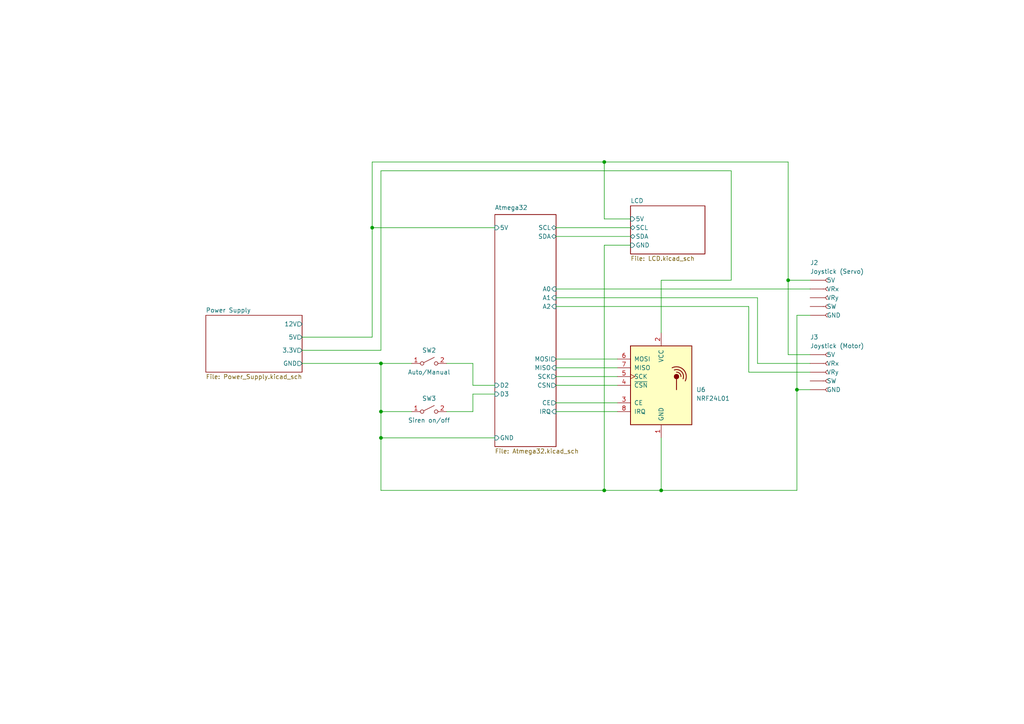
<source format=kicad_sch>
(kicad_sch (version 20211123) (generator eeschema)
  (paper "A4")
  (lib_symbols
    (symbol "Connector:Conn_01x05_Female" (pin_numbers hide) (pin_names (offset 1.016))
      (property "Reference" "J1" (at -5.08 10.16 0))
      (property "Value" "Joystick" (at -5.08 7.62 0))
      (symbol "Conn_01x05_Female_1_1"
        (arc (start 0 -4.572) (mid -0.508 -5.08) (end 0 -5.588) (stroke (width 0.1524)))
        (arc (start 0 -2.032) (mid -0.508 -2.54) (end 0 -3.048) (stroke (width 0.1524)))
        (polyline (pts (xy -1.27 -5.08) (xy -0.508 -5.08)) (stroke (width 0.1524)))
        (polyline (pts (xy -1.27 -2.54) (xy -0.508 -2.54)) (stroke (width 0.1524)))
        (polyline (pts (xy -1.27 0) (xy -0.508 0)) (stroke (width 0.1524)))
        (polyline (pts (xy -1.27 2.54) (xy -0.508 2.54)) (stroke (width 0.1524)))
        (polyline (pts (xy -1.27 5.08) (xy -0.508 5.08)) (stroke (width 0.1524)))
        (arc (start 0 0.508) (mid -0.508 0) (end 0 -0.508) (stroke (width 0.1524)))
        (arc (start 0 3.048) (mid -0.508 2.54) (end 0 2.032) (stroke (width 0.1524)))
        (arc (start 0 5.588) (mid -0.508 5.08) (end 0 4.572) (stroke (width 0.1524)))
        (pin passive line (at -5.08 5.08 0) (length 3.81) (name "5V") (number "1"))
        (pin passive line (at -5.08 2.54 0) (length 3.81) (name "VRx") (number "2"))
        (pin passive line (at -5.08 0 0) (length 3.81) (name "VRy") (number "3"))
        (pin passive line (at -5.08 -2.54 0) (length 3.81) (name "SW") (number "4"))
        (pin passive line (at -5.08 -5.08 0) (length 3.81) (name "GND") (number "5"))
      )
    )
    (symbol "RF:NRF24L01_Breakout" (pin_names (offset 1.016))
      (property "Reference" "U" (at -8.89 12.7 0))
      (property "Value" "NRF24L01_Breakout" (at 3.81 12.7 0))
      (symbol "NRF24L01_Breakout_0_1"
        (rectangle (start -8.89 11.43) (end 8.89 -11.43) (stroke (width 0.254)) (fill (type background)))
        (polyline (pts (xy 4.445 1.905) (xy 4.445 -1.27)) (stroke (width 0.254)))
        (circle (center 4.445 2.54) (radius 0.635) (stroke (width 0.254)) (fill (type outline)))
        (arc (start 5.715 2.54) (mid 5.3521 3.4546) (end 4.445 3.81) (stroke (width 0.254)))
        (arc (start 6.35 1.905) (mid 5.8763 3.9854) (end 3.81 4.445) (stroke (width 0.254)))
        (arc (start 6.985 1.27) (mid 6.453 4.548) (end 3.175 5.08) (stroke (width 0.254)))
      )
      (symbol "NRF24L01_Breakout_1_1"
        (pin power_in line (at 0 -15.24 90) (length 3.81) (name "GND") (number "1"))
        (pin power_in line (at 0 15.24 270) (length 3.81) (name "VCC") (number "2"))
        (pin input line (at -12.7 -5.08 0) (length 3.81) (name "CE") (number "3"))
        (pin input line (at -12.7 0 0) (length 3.81) (name "~{CSN}") (number "4"))
        (pin input clock (at -12.7 2.54 0) (length 3.81) (name "SCK") (number "5"))
        (pin input line (at -12.7 7.62 0) (length 3.81) (name "MOSI") (number "6"))
        (pin output line (at -12.7 5.08 0) (length 3.81) (name "MISO") (number "7"))
        (pin output line (at -12.7 -7.62 0) (length 3.81) (name "IRQ") (number "8"))
      )
    )
    (symbol "Switch:SW_SPST" (pin_names (offset 0) hide)
      (property "Reference" "SW" (at 0 3.175 0))
      (property "Value" "SW_SPST" (at 0 -2.54 0))
      (symbol "SW_SPST_0_0"
        (circle (center -2.032 0) (radius 0.508))
        (polyline (pts (xy -1.524 0.254) (xy 1.524 1.778)))
        (circle (center 2.032 0) (radius 0.508))
      )
      (symbol "SW_SPST_1_1"
        (pin passive line (at -5.08 0 0) (length 2.54) (name "A") (number "1"))
        (pin passive line (at 5.08 0 180) (length 2.54) (name "B") (number "2"))
      )
    )
  )
  (junction (at 175.26 46.99))
  (junction (at 110.49 127))
  (junction (at 228.6 81.28))
  (junction (at 191.77 142.24))
  (junction (at 110.49 105.41))
  (junction (at 110.49 119.38))
  (junction (at 107.95 66.04))
  (junction (at 231.14 113.03))
  (junction (at 175.26 142.24))
  (wire (pts (xy 234.95 105.41) (xy 219.71 105.41)))
  (wire (pts (xy 137.16 105.41) (xy 137.16 111.76)))
  (wire (pts (xy 107.95 46.99) (xy 175.26 46.99)))
  (wire (pts (xy 107.95 66.04) (xy 107.95 97.79)))
  (wire (pts (xy 191.77 142.24) (xy 231.14 142.24)))
  (wire (pts (xy 231.14 113.03) (xy 231.14 142.24)))
  (wire (pts (xy 175.26 46.99) (xy 228.6 46.99)))
  (wire (pts (xy 175.26 142.24) (xy 191.77 142.24)))
  (wire (pts (xy 161.29 104.14) (xy 179.07 104.14)))
  (wire (pts (xy 161.29 111.76) (xy 179.07 111.76)))
  (wire (pts (xy 137.16 105.41) (xy 129.54 105.41)))
  (wire (pts (xy 231.14 91.44) (xy 231.14 113.03)))
  (wire (pts (xy 175.26 142.24) (xy 110.49 142.24)))
  (wire (pts (xy 219.71 86.36) (xy 161.29 86.36)))
  (wire (pts (xy 161.29 116.84) (xy 179.07 116.84)))
  (wire (pts (xy 107.95 97.79) (xy 87.63 97.79)))
  (wire (pts (xy 110.49 49.53) (xy 212.09 49.53)))
  (wire (pts (xy 212.09 81.28) (xy 191.77 81.28)))
  (wire (pts (xy 110.49 127) (xy 110.49 119.38)))
  (wire (pts (xy 182.88 63.5) (xy 175.26 63.5)))
  (wire (pts (xy 228.6 46.99) (xy 228.6 81.28)))
  (wire (pts (xy 219.71 105.41) (xy 219.71 86.36)))
  (wire (pts (xy 110.49 101.6) (xy 110.49 49.53)))
  (wire (pts (xy 217.17 88.9) (xy 217.17 107.95)))
  (wire (pts (xy 175.26 71.12) (xy 175.26 142.24)))
  (wire (pts (xy 161.29 106.68) (xy 179.07 106.68)))
  (wire (pts (xy 161.29 66.04) (xy 182.88 66.04)))
  (wire (pts (xy 110.49 105.41) (xy 119.38 105.41)))
  (wire (pts (xy 161.29 119.38) (xy 179.07 119.38)))
  (wire (pts (xy 161.29 68.58) (xy 182.88 68.58)))
  (wire (pts (xy 234.95 113.03) (xy 231.14 113.03)))
  (wire (pts (xy 212.09 49.53) (xy 212.09 81.28)))
  (wire (pts (xy 191.77 96.52) (xy 191.77 81.28)))
  (wire (pts (xy 228.6 102.87) (xy 228.6 81.28)))
  (wire (pts (xy 161.29 109.22) (xy 179.07 109.22)))
  (wire (pts (xy 217.17 107.95) (xy 234.95 107.95)))
  (wire (pts (xy 110.49 105.41) (xy 87.63 105.41)))
  (wire (pts (xy 110.49 119.38) (xy 119.38 119.38)))
  (wire (pts (xy 110.49 119.38) (xy 110.49 105.41)))
  (wire (pts (xy 137.16 111.76) (xy 143.51 111.76)))
  (wire (pts (xy 137.16 114.3) (xy 137.16 119.38)))
  (wire (pts (xy 161.29 83.82) (xy 234.95 83.82)))
  (wire (pts (xy 231.14 91.44) (xy 234.95 91.44)))
  (wire (pts (xy 161.29 88.9) (xy 217.17 88.9)))
  (wire (pts (xy 129.54 119.38) (xy 137.16 119.38)))
  (wire (pts (xy 110.49 142.24) (xy 110.49 127)))
  (wire (pts (xy 175.26 63.5) (xy 175.26 46.99)))
  (wire (pts (xy 228.6 81.28) (xy 234.95 81.28)))
  (wire (pts (xy 137.16 114.3) (xy 143.51 114.3)))
  (wire (pts (xy 234.95 102.87) (xy 228.6 102.87)))
  (wire (pts (xy 107.95 46.99) (xy 107.95 66.04)))
  (wire (pts (xy 107.95 66.04) (xy 143.51 66.04)))
  (wire (pts (xy 182.88 71.12) (xy 175.26 71.12)))
  (wire (pts (xy 87.63 101.6) (xy 110.49 101.6)))
  (wire (pts (xy 191.77 127) (xy 191.77 142.24)))
  (wire (pts (xy 110.49 127) (xy 143.51 127)))
  (symbol (lib_id "Connector:Conn_01x05_Female") (at 240.03 86.36 0) (unit 1)
    (property "Reference" "J2" (at 234.95 76.2 0) (effects (justify left)))
    (property "Value" "Joystick (Servo)" (at 234.95 78.74 0) (effects (justify left)))
    (property "Footprint" "Connector_PinHeader_1.00mm:PinHeader_1x05_P1.00mm_Vertical" (effects hide))
  )
  (symbol (lib_id "Switch:SW_SPST") (at 124.46 105.41 0) (unit 1)
    (property "Reference" "SW2" (at 124.46 101.6 0))
    (property "Value" "Auto/Manual" (at 124.46 107.95 0))
    (property "Footprint" "Button_Switch_THT:SW_DIP_SPSTx01_Slide_9.78x4.72mm_W7.62mm_P2.54mm" (effects hide))
  )
  (symbol (lib_id "Connector:Conn_01x05_Female") (at 240.03 107.95 0) (unit 1)
    (property "Reference" "J3" (at 234.95 97.79 0) (effects (justify left)))
    (property "Value" "Joystick (Motor)" (at 234.95 100.33 0) (effects (justify left)))
    (property "Footprint" "Connector_PinHeader_1.00mm:PinHeader_1x05_P1.00mm_Vertical" (effects hide))
  )
  (symbol (lib_id "RF:NRF24L01_Breakout") (at 191.77 111.76 0) (unit 1)
    (property "Reference" "U6" (at 201.93 113.0299 0) (effects (justify left)))
    (property "Value" "NRF24L01" (at 201.93 115.57 0) (effects (justify left)))
    (property "Footprint" "RF_Module:nRF24L01_Breakout" (effects hide))
    (property "Datasheet" "http://www.nordicsemi.com/eng/content/download/2730/34105/file/nRF24L01_Product_Specification_v2_0.pdf" (effects hide))
  )
  (symbol (lib_id "Switch:SW_SPST") (at 124.46 119.38 0) (unit 1)
    (property "Reference" "SW3" (at 124.46 115.57 0))
    (property "Value" "Siren on/off" (at 124.46 121.92 0))
    (property "Footprint" "Button_Switch_THT:SW_DIP_SPSTx01_Slide_9.78x4.72mm_W7.62mm_P2.54mm" (effects hide))
  )
  (sheet (at 182.88 59.69) (size 21.59 13.97) (stroke (width 0.1524))
    (property "Sheet name" "LCD" (at 182.88 58.9784 0) (effects (justify left bottom)))
    (property "Sheet file" "LCD.kicad_sch" (at 182.88 74.2446 0) (effects (justify left top)))
    (pin "SCL" bidirectional (at 182.88 66.04 180))
    (pin "SDA" bidirectional (at 182.88 68.58 180))
    (pin "GND" input (at 182.88 71.12 180))
    (pin "5V" input (at 182.88 63.5 180))
  )
  (sheet (at 143.51 62.23) (size 17.78 67.31) (stroke (width 0.1524))
    (property "Sheet name" "Atmega32" (at 143.51 60.96 0) (effects (justify left bottom)))
    (property "Sheet file" "Atmega32.kicad_sch" (at 143.51 130.1246 0) (effects (justify left top)))
    (pin "5V" input (at 143.51 66.04 180))
    (pin "GND" input (at 143.51 127 180))
    (pin "SDA" bidirectional (at 161.29 68.58 0))
    (pin "SCL" bidirectional (at 161.29 66.04 0))
    (pin "A0" input (at 161.29 83.82 0))
    (pin "A1" input (at 161.29 86.36 0))
    (pin "A2" input (at 161.29 88.9 0))
    (pin "CE" output (at 161.29 116.84 0))
    (pin "IRQ" input (at 161.29 119.38 0))
    (pin "MISO" input (at 161.29 106.68 0))
    (pin "MOSI" output (at 161.29 104.14 0))
    (pin "SCK" output (at 161.29 109.22 0))
    (pin "CSN" output (at 161.29 111.76 0))
    (pin "D2" input (at 143.51 111.76 180))
    (pin "D3" input (at 143.51 114.3 180))
  )
  (sheet (at 59.69 91.44) (size 27.94 16.51) (stroke (width 0.1524))
    (property "Sheet name" "Power Supply" (at 59.69 90.7284 0) (effects (justify left bottom)))
    (property "Sheet file" "Power_Supply.kicad_sch" (at 59.69 108.5346 0) (effects (justify left top)))
    (pin "GND" output (at 87.63 105.41 0))
    (pin "5V" output (at 87.63 97.79 0))
    (pin "3.3V" output (at 87.63 101.6 0))
    (pin "12V" output (at 87.63 93.98 0))
  )
)
</source>
